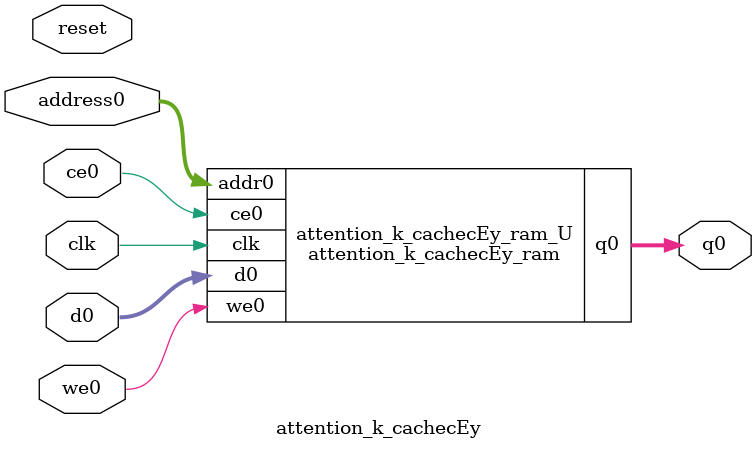
<source format=v>
`timescale 1 ns / 1 ps
module attention_k_cachecEy_ram (addr0, ce0, d0, we0, q0,  clk);

parameter DWIDTH = 40;
parameter AWIDTH = 12;
parameter MEM_SIZE = 2304;

input[AWIDTH-1:0] addr0;
input ce0;
input[DWIDTH-1:0] d0;
input we0;
output reg[DWIDTH-1:0] q0;
input clk;

(* ram_style = "block" *)reg [DWIDTH-1:0] ram[0:MEM_SIZE-1];




always @(posedge clk)  
begin 
    if (ce0) begin
        if (we0) 
            ram[addr0] <= d0; 
        q0 <= ram[addr0];
    end
end


endmodule

`timescale 1 ns / 1 ps
module attention_k_cachecEy(
    reset,
    clk,
    address0,
    ce0,
    we0,
    d0,
    q0);

parameter DataWidth = 32'd40;
parameter AddressRange = 32'd2304;
parameter AddressWidth = 32'd12;
input reset;
input clk;
input[AddressWidth - 1:0] address0;
input ce0;
input we0;
input[DataWidth - 1:0] d0;
output[DataWidth - 1:0] q0;



attention_k_cachecEy_ram attention_k_cachecEy_ram_U(
    .clk( clk ),
    .addr0( address0 ),
    .ce0( ce0 ),
    .we0( we0 ),
    .d0( d0 ),
    .q0( q0 ));

endmodule


</source>
